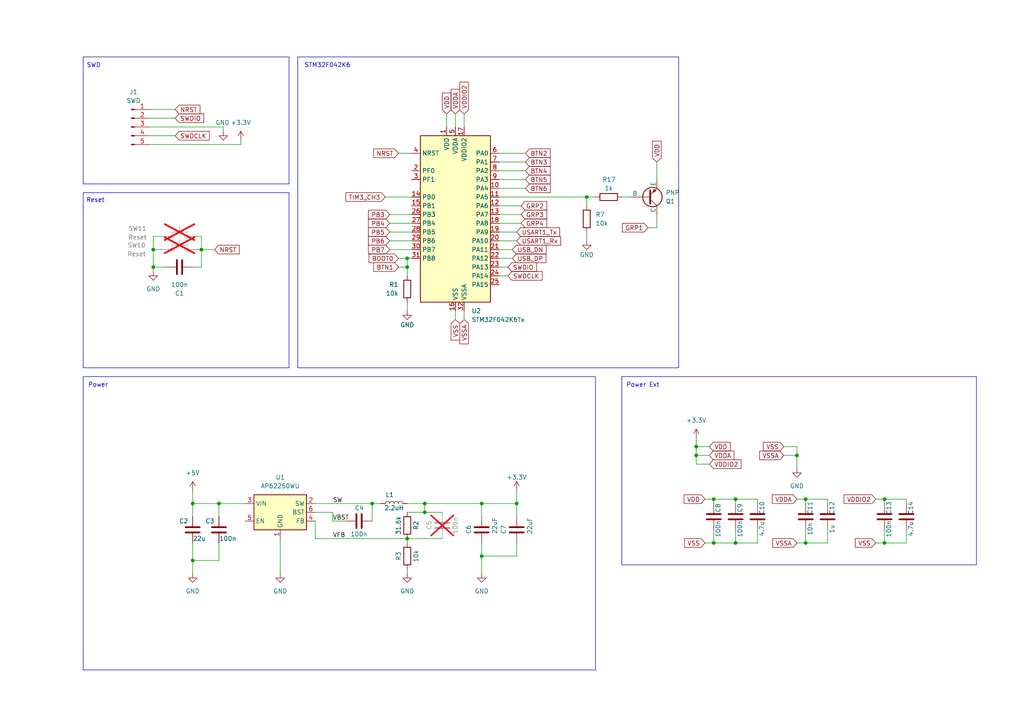
<source format=kicad_sch>
(kicad_sch (version 20250114) (generator "eeschema") (generator_version "9.0")
  (paper "A4")
  (title_block (title "MCU"))
  (lib_symbols
    (symbol "Connector:Conn_01x05_Pin" (pin_names (offset 1.016) (hide yes))
      (property "Reference" "J" (at 0 7.62 0))
      (property "Value" "Conn_01x05_Pin" (at 0 -7.62 0))
      (symbol "Conn_01x05_Pin_1_1"
        (rectangle (start 0.8636 5.207) (end 0 4.953) (stroke (width 0.1524)) (fill (type outline)))
        (rectangle (start 0.8636 2.667) (end 0 2.413) (stroke (width 0.1524)) (fill (type outline)))
        (rectangle (start 0.8636 0.127) (end 0 -0.127) (stroke (width 0.1524)) (fill (type outline)))
        (rectangle (start 0.8636 -2.413) (end 0 -2.667) (stroke (width 0.1524)) (fill (type outline)))
        (rectangle (start 0.8636 -4.953) (end 0 -5.207) (stroke (width 0.1524)) (fill (type outline)))
        (polyline (pts (xy 1.27 5.08) (xy 0.8636 5.08)) (stroke (width 0.1524)))
        (polyline (pts (xy 1.27 2.54) (xy 0.8636 2.54)) (stroke (width 0.1524)))
        (polyline (pts (xy 1.27 0) (xy 0.8636 0)) (stroke (width 0.1524)))
        (polyline (pts (xy 1.27 -2.54) (xy 0.8636 -2.54)) (stroke (width 0.1524)))
        (polyline (pts (xy 1.27 -5.08) (xy 0.8636 -5.08)) (stroke (width 0.1524)))
        (pin passive line (at 5.08 5.08 180) (length 3.81) (name "Pin_1") (number "1"))
        (pin passive line (at 5.08 2.54 180) (length 3.81) (name "Pin_2") (number "2"))
        (pin passive line (at 5.08 0 180) (length 3.81) (name "Pin_3") (number "3"))
        (pin passive line (at 5.08 -2.54 180) (length 3.81) (name "Pin_4") (number "4"))
        (pin passive line (at 5.08 -5.08 180) (length 3.81) (name "Pin_5") (number "5"))
      )
    )
    (symbol "Device:C" (pin_numbers (hide yes)) (pin_names (offset 0.254))
      (property "Reference" "C" (at 0.635 2.54 0))
      (property "Value" "C" (at 0.635 -2.54 0))
      (symbol "C_0_1"
        (polyline (pts (xy -2.032 0.762) (xy 2.032 0.762)) (stroke (width 0.508)))
        (polyline (pts (xy -2.032 -0.762) (xy 2.032 -0.762)) (stroke (width 0.508)))
      )
      (symbol "C_1_1"
        (pin passive line (at 0 3.81 270) (length 2.794) (name "~") (number "1"))
        (pin passive line (at 0 -3.81 90) (length 2.794) (name "~") (number "2"))
      )
    )
    (symbol "Device:L" (pin_numbers (hide yes)) (pin_names (offset 1.016) (hide yes))
      (property "Reference" "L" (at -1.27 0 90))
      (property "Value" "L" (at 1.905 0 90))
      (symbol "L_0_1"
        (arc (start 0 2.54) (mid 0.6323 1.905) (end 0 1.27))
        (arc (start 0 1.27) (mid 0.6323 0.635) (end 0 0))
        (arc (start 0 0) (mid 0.6323 -0.635) (end 0 -1.27))
        (arc (start 0 -1.27) (mid 0.6323 -1.905) (end 0 -2.54))
      )
      (symbol "L_1_1"
        (pin passive line (at 0 3.81 270) (length 1.27) (name "1") (number "1"))
        (pin passive line (at 0 -3.81 90) (length 1.27) (name "2") (number "2"))
      )
    )
    (symbol "Device:R" (pin_numbers (hide yes)) (pin_names (offset 0))
      (property "Reference" "R" (at 2.032 0 90))
      (property "Value" "R" (at 0 0 90))
      (symbol "R_0_1"
        (rectangle (start -1.016 -2.54) (end 1.016 2.54) (stroke (width 0.254)))
      )
      (symbol "R_1_1"
        (pin passive line (at 0 3.81 270) (length 1.27) (name "~") (number "1"))
        (pin passive line (at 0 -3.81 90) (length 1.27) (name "~") (number "2"))
      )
    )
    (symbol "MCU_ST_STM32F0:STM32F042K6Tx"
      (property "Reference" "U" (at -10.16 26.67 0))
      (property "Value" "STM32F042K6Tx" (at 5.08 26.67 0))
      (symbol "STM32F042K6Tx_0_1"
        (rectangle (start -10.16 -22.86) (end 10.16 25.4) (stroke (width 0.254)) (fill (type background)))
      )
      (symbol "STM32F042K6Tx_1_1"
        (pin input line (at -12.7 20.32 0) (length 2.54) (name "NRST") (number "4"))
        (pin bidirectional line (at -12.7 15.24 0) (length 2.54) (name "PF0") (number "2"))
        (pin bidirectional line (at -12.7 12.7 0) (length 2.54) (name "PF1") (number "3"))
        (pin bidirectional line (at -12.7 7.62 0) (length 2.54) (name "PB0") (number "14"))
        (pin bidirectional line (at -12.7 5.08 0) (length 2.54) (name "PB1") (number "15"))
        (pin bidirectional line (at -12.7 2.54 0) (length 2.54) (name "PB3") (number "26"))
        (pin bidirectional line (at -12.7 0 0) (length 2.54) (name "PB4") (number "27"))
        (pin bidirectional line (at -12.7 -2.54 0) (length 2.54) (name "PB5") (number "28"))
        (pin bidirectional line (at -12.7 -5.08 0) (length 2.54) (name "PB6") (number "29"))
        (pin bidirectional line (at -12.7 -7.62 0) (length 2.54) (name "PB7") (number "30"))
        (pin bidirectional line (at -12.7 -10.16 0) (length 2.54) (name "PB8") (number "31"))
        (pin power_in line (at -2.54 27.94 270) (length 2.54) (name "VDD") (number "1"))
        (pin power_in line (at 0 27.94 270) (length 2.54) (name "VDDA") (number "5"))
        (pin power_in line (at 0 -25.4 90) (length 2.54) (name "VSS") (number "16"))
        (pin power_in line (at 2.54 27.94 270) (length 2.54) (name "VDDIO2") (number "17"))
        (pin power_in line (at 2.54 -25.4 90) (length 2.54) (name "VSSA") (number "32"))
        (pin bidirectional line (at 12.7 20.32 180) (length 2.54) (name "PA0") (number "6"))
        (pin bidirectional line (at 12.7 17.78 180) (length 2.54) (name "PA1") (number "7"))
        (pin bidirectional line (at 12.7 15.24 180) (length 2.54) (name "PA2") (number "8"))
        (pin bidirectional line (at 12.7 12.7 180) (length 2.54) (name "PA3") (number "9"))
        (pin bidirectional line (at 12.7 10.16 180) (length 2.54) (name "PA4") (number "10"))
        (pin bidirectional line (at 12.7 7.62 180) (length 2.54) (name "PA5") (number "11"))
        (pin bidirectional line (at 12.7 5.08 180) (length 2.54) (name "PA6") (number "12"))
        (pin bidirectional line (at 12.7 2.54 180) (length 2.54) (name "PA7") (number "13"))
        (pin bidirectional line (at 12.7 0 180) (length 2.54) (name "PA8") (number "18"))
        (pin bidirectional line (at 12.7 -2.54 180) (length 2.54) (name "PA9") (number "19"))
        (pin bidirectional line (at 12.7 -5.08 180) (length 2.54) (name "PA10") (number "20"))
        (pin bidirectional line (at 12.7 -7.62 180) (length 2.54) (name "PA11") (number "21"))
        (pin bidirectional line (at 12.7 -10.16 180) (length 2.54) (name "PA12") (number "22"))
        (pin bidirectional line (at 12.7 -12.7 180) (length 2.54) (name "PA13") (number "23"))
        (pin bidirectional line (at 12.7 -15.24 180) (length 2.54) (name "PA14") (number "24"))
        (pin bidirectional line (at 12.7 -17.78 180) (length 2.54) (name "PA15") (number "25"))
      )
    )
    (symbol "Regulator_Switching:AP62250WU"
      (property "Reference" "U" (at -7.62 6.35 0))
      (property "Value" "AP62250WU" (at 6.35 -6.35 0))
      (symbol "AP62250WU_0_1"
        (rectangle (start -7.62 5.08) (end 7.62 -5.08) (stroke (width 0.254)) (fill (type background)))
      )
      (symbol "AP62250WU_1_1"
        (pin power_in line (at -10.16 2.54 0) (length 2.54) (name "VIN") (number "3"))
        (pin passive line (at -10.16 -2.54 0) (length 2.54) (name "EN") (number "5"))
        (pin power_in line (at 0 -7.62 90) (length 2.54) (name "GND") (number "1"))
        (pin output line (at 10.16 2.54 180) (length 2.54) (name "SW") (number "2"))
        (pin passive line (at 10.16 0 180) (length 2.54) (name "BST") (number "6"))
        (pin input line (at 10.16 -2.54 180) (length 2.54) (name "FB") (number "4"))
      )
    )
    (symbol "Simulation_SPICE:PNP" (pin_numbers (hide yes)) (pin_names (offset 0))
      (property "Reference" "Q" (at -2.54 7.62 0))
      (property "Value" "PNP" (at -2.54 5.08 0))
      (symbol "PNP_0_1"
        (polyline (pts (xy -2.54 0) (xy 0.635 0)) (stroke (width 0.1524)))
        (polyline (pts (xy 0.635 1.905) (xy 0.635 -1.905) (xy 0.635 -1.905)) (stroke (width 0.508)))
        (polyline (pts (xy 0.635 0.635) (xy 2.54 2.54)))
        (polyline (pts (xy 0.635 -0.635) (xy 2.54 -2.54) (xy 2.54 -2.54)))
        (circle (center 1.27 0) (radius 2.8194) (stroke (width 0.254)))
        (polyline (pts (xy 2.286 -1.778) (xy 1.778 -2.286) (xy 1.27 -1.27) (xy 2.286 -1.778) (xy 2.286 -1.778)) (fill (type outline)))
      )
      (symbol "PNP_1_1"
        (pin input line (at -5.08 0 0) (length 2.54) (name "B") (number "2"))
        (pin open_collector line (at 2.54 5.08 270) (length 2.54) (name "C") (number "1"))
        (pin open_emitter line (at 2.54 -5.08 90) (length 2.54) (name "E") (number "3"))
      )
    )
    (symbol "Switch:SW_Push" (pin_numbers (hide yes)) (pin_names (offset 1.016) (hide yes))
      (property "Reference" "SW" (at 1.27 2.54 0))
      (property "Value" "SW_Push" (at 0 -1.524 0))
      (symbol "SW_Push_0_1"
        (circle (center -2.032 0) (radius 0.508))
        (polyline (pts (xy 0 1.27) (xy 0 3.048)))
        (circle (center 2.032 0) (radius 0.508))
        (polyline (pts (xy 2.54 1.27) (xy -2.54 1.27)))
        (pin passive line (at -5.08 0 0) (length 2.54) (name "1") (number "1"))
        (pin passive line (at 5.08 0 180) (length 2.54) (name "2") (number "2"))
      )
    )
    (symbol "power:+3.3V" (power) (pin_numbers (hide yes)) (pin_names (offset 0) (hide yes))
      (property "Value" "+3.3V" (at 0 3.556 0))
      (symbol "+3.3V_0_1"
        (polyline (pts (xy -0.762 1.27) (xy 0 2.54)))
        (polyline (pts (xy 0 2.54) (xy 0.762 1.27)))
        (polyline (pts (xy 0 0) (xy 0 2.54)))
      )
      (symbol "+3.3V_1_1"
        (pin power_in line (at 0 0 90) (length 0) (name "~") (number "1"))
      )
    )
    (symbol "power:+5V" (power) (pin_numbers (hide yes)) (pin_names (offset 0) (hide yes))
      (property "Value" "+5V" (at 0 3.556 0))
      (symbol "+5V_0_1"
        (polyline (pts (xy -0.762 1.27) (xy 0 2.54)))
        (polyline (pts (xy 0 2.54) (xy 0.762 1.27)))
        (polyline (pts (xy 0 0) (xy 0 2.54)))
      )
      (symbol "+5V_1_1"
        (pin power_in line (at 0 0 90) (length 0) (name "~") (number "1"))
      )
    )
    (symbol "power:GND" (power) (pin_numbers (hide yes)) (pin_names (offset 0) (hide yes))
      (property "Value" "GND" (at 0 -3.81 0))
      (symbol "GND_0_1"
        (polyline (pts (xy 0 0) (xy 0 -1.27) (xy 1.27 -1.27) (xy 0 -2.54) (xy -1.27 -1.27) (xy 0 -1.27)))
      )
      (symbol "GND_1_1"
        (pin power_in line (at 0 0 270) (length 0) (name "~") (number "1"))
      )
    )
  )
  (rectangle (start 86.36 16.51) (end 196.85 106.68))
  (rectangle (start 24.13 16.51) (end 83.82 53.34))
  (rectangle (start 180.34 109.22) (end 283.21 163.83))
  (rectangle (start 24.13 55.88) (end 83.82 106.68))
  (rectangle (start 24.13 109.22) (end 172.72 194.31))
  (text "Power Ext" (at 186.436 111.76 0) (effects (font (size 1.27 1.27))))
  (text "Power" (at 28.448 111.76 0) (effects (font (size 1.27 1.27))))
  (text "STM32F042K6" (at 94.996 19.05 0) (effects (font (size 1.27 1.27))))
  (text "Reset" (at 27.686 58.166 0) (effects (font (size 1.27 1.27))))
  (text "SWD" (at 27.178 19.05 0) (effects (font (size 1.27 1.27))))
  (junction (at 201.93 132.08))
  (junction (at 231.14 132.08))
  (junction (at 139.7 146.05))
  (junction (at 256.54 144.78))
  (junction (at 123.19 148.59))
  (junction (at 44.45 72.39))
  (junction (at 63.5 146.05))
  (junction (at 118.11 77.47))
  (junction (at 213.36 157.48))
  (junction (at 118.11 74.93))
  (junction (at 58.42 72.39))
  (junction (at 139.7 161.29))
  (junction (at 201.93 129.54))
  (junction (at 55.88 146.05))
  (junction (at 55.88 162.56))
  (junction (at 123.19 146.05))
  (junction (at 256.54 157.48))
  (junction (at 213.36 144.78))
  (junction (at 170.18 57.15))
  (junction (at 233.68 144.78))
  (junction (at 207.01 157.48))
  (junction (at 118.11 156.21))
  (junction (at 149.86 146.05))
  (junction (at 44.45 77.47))
  (junction (at 207.01 144.78))
  (junction (at 233.68 157.48))
  (junction (at 107.95 146.05))
  (wire (pts (xy 144.78 59.69) (xy 151.13 59.69)))
  (wire (pts (xy 227.33 132.08) (xy 231.14 132.08)))
  (wire (pts (xy 118.11 156.21) (xy 128.27 156.21)))
  (wire (pts (xy 118.11 146.05) (xy 123.19 146.05)))
  (wire (pts (xy 55.88 157.48) (xy 55.88 162.56)))
  (wire (pts (xy 213.36 144.78) (xy 219.71 144.78)))
  (wire (pts (xy 118.11 165.1) (xy 118.11 166.37)))
  (wire (pts (xy 201.93 132.08) (xy 201.93 129.54)))
  (wire (pts (xy 231.14 157.48) (xy 233.68 157.48)))
  (wire (pts (xy 201.93 132.08) (xy 205.74 132.08)))
  (wire (pts (xy 115.57 74.93) (xy 118.11 74.93)))
  (wire (pts (xy 55.88 162.56) (xy 55.88 166.37)))
  (wire (pts (xy 132.08 90.17) (xy 132.08 92.71)))
  (wire (pts (xy 58.42 68.58) (xy 58.42 72.39)))
  (wire (pts (xy 144.78 69.85) (xy 149.86 69.85)))
  (wire (pts (xy 43.18 34.29) (xy 50.8 34.29)))
  (wire (pts (xy 115.57 44.45) (xy 119.38 44.45)))
  (wire (pts (xy 256.54 153.67) (xy 256.54 157.48)))
  (wire (pts (xy 123.19 146.05) (xy 123.19 148.59)))
  (wire (pts (xy 233.68 157.48) (xy 240.03 157.48)))
  (wire (pts (xy 134.62 90.17) (xy 134.62 92.71)))
  (wire (pts (xy 256.54 144.78) (xy 256.54 146.05)))
  (wire (pts (xy 62.23 72.39) (xy 58.42 72.39)))
  (wire (pts (xy 262.89 157.48) (xy 256.54 157.48)))
  (wire (pts (xy 144.78 64.77) (xy 151.13 64.77)))
  (wire (pts (xy 43.18 41.91) (xy 69.85 41.91)))
  (wire (pts (xy 204.47 144.78) (xy 207.01 144.78)))
  (wire (pts (xy 44.45 72.39) (xy 46.99 72.39)))
  (wire (pts (xy 231.14 132.08) (xy 231.14 135.89)))
  (wire (pts (xy 144.78 72.39) (xy 148.59 72.39)))
  (wire (pts (xy 58.42 77.47) (xy 55.88 77.47)))
  (wire (pts (xy 132.08 33.02) (xy 132.08 36.83)))
  (wire (pts (xy 113.03 67.31) (xy 119.38 67.31)))
  (wire (pts (xy 46.99 68.58) (xy 44.45 68.58)))
  (wire (pts (xy 240.03 144.78) (xy 240.03 146.05)))
  (wire (pts (xy 134.62 36.83) (xy 134.62 33.02)))
  (wire (pts (xy 207.01 146.05) (xy 207.01 144.78)))
  (wire (pts (xy 170.18 67.31) (xy 170.18 69.85)))
  (wire (pts (xy 144.78 67.31) (xy 149.86 67.31)))
  (wire (pts (xy 213.36 146.05) (xy 213.36 144.78)))
  (wire (pts (xy 96.52 151.13) (xy 100.33 151.13)))
  (wire (pts (xy 96.52 148.59) (xy 96.52 151.13)))
  (wire (pts (xy 139.7 157.48) (xy 139.7 161.29)))
  (wire (pts (xy 91.44 148.59) (xy 96.52 148.59)))
  (wire (pts (xy 81.28 156.21) (xy 81.28 166.37)))
  (wire (pts (xy 118.11 77.47) (xy 118.11 74.93)))
  (wire (pts (xy 123.19 148.59) (xy 128.27 148.59)))
  (wire (pts (xy 207.01 157.48) (xy 213.36 157.48)))
  (wire (pts (xy 144.78 46.99) (xy 152.4 46.99)))
  (wire (pts (xy 227.33 129.54) (xy 231.14 129.54)))
  (wire (pts (xy 190.5 62.23) (xy 190.5 66.04)))
  (wire (pts (xy 190.5 46.99) (xy 190.5 52.07)))
  (wire (pts (xy 213.36 157.48) (xy 219.71 157.48)))
  (wire (pts (xy 57.15 68.58) (xy 58.42 68.58)))
  (wire (pts (xy 144.78 80.01) (xy 147.32 80.01)))
  (wire (pts (xy 149.86 142.24) (xy 149.86 146.05)))
  (wire (pts (xy 139.7 146.05) (xy 139.7 149.86)))
  (wire (pts (xy 118.11 148.59) (xy 123.19 148.59)))
  (wire (pts (xy 55.88 162.56) (xy 63.5 162.56)))
  (wire (pts (xy 113.03 72.39) (xy 119.38 72.39)))
  (wire (pts (xy 55.88 142.24) (xy 55.88 146.05)))
  (wire (pts (xy 262.89 153.67) (xy 262.89 157.48)))
  (wire (pts (xy 144.78 52.07) (xy 152.4 52.07)))
  (wire (pts (xy 139.7 161.29) (xy 139.7 166.37)))
  (wire (pts (xy 58.42 72.39) (xy 58.42 77.47)))
  (wire (pts (xy 201.93 129.54) (xy 205.74 129.54)))
  (wire (pts (xy 213.36 153.67) (xy 213.36 157.48)))
  (wire (pts (xy 48.26 77.47) (xy 44.45 77.47)))
  (wire (pts (xy 111.76 57.15) (xy 119.38 57.15)))
  (wire (pts (xy 43.18 31.75) (xy 50.8 31.75)))
  (wire (pts (xy 91.44 156.21) (xy 118.11 156.21)))
  (wire (pts (xy 219.71 144.78) (xy 219.71 146.05)))
  (wire (pts (xy 256.54 157.48) (xy 254 157.48)))
  (wire (pts (xy 262.89 144.78) (xy 262.89 146.05)))
  (wire (pts (xy 118.11 74.93) (xy 119.38 74.93)))
  (wire (pts (xy 107.95 146.05) (xy 107.95 151.13)))
  (wire (pts (xy 149.86 161.29) (xy 139.7 161.29)))
  (wire (pts (xy 91.44 146.05) (xy 107.95 146.05)))
  (wire (pts (xy 233.68 144.78) (xy 240.03 144.78)))
  (wire (pts (xy 69.85 40.64) (xy 69.85 41.91)))
  (wire (pts (xy 63.5 157.48) (xy 63.5 162.56)))
  (wire (pts (xy 115.57 77.47) (xy 118.11 77.47)))
  (wire (pts (xy 149.86 157.48) (xy 149.86 161.29)))
  (wire (pts (xy 149.86 149.86) (xy 149.86 146.05)))
  (wire (pts (xy 63.5 146.05) (xy 63.5 149.86)))
  (wire (pts (xy 219.71 153.67) (xy 219.71 157.48)))
  (wire (pts (xy 113.03 64.77) (xy 119.38 64.77)))
  (wire (pts (xy 144.78 74.93) (xy 148.59 74.93)))
  (wire (pts (xy 170.18 57.15) (xy 170.18 59.69)))
  (wire (pts (xy 170.18 57.15) (xy 172.72 57.15)))
  (wire (pts (xy 233.68 153.67) (xy 233.68 157.48)))
  (wire (pts (xy 231.14 144.78) (xy 233.68 144.78)))
  (wire (pts (xy 64.77 38.1) (xy 64.77 36.83)))
  (wire (pts (xy 129.54 36.83) (xy 129.54 33.02)))
  (wire (pts (xy 144.78 54.61) (xy 152.4 54.61)))
  (wire (pts (xy 201.93 134.62) (xy 201.93 132.08)))
  (wire (pts (xy 91.44 151.13) (xy 91.44 156.21)))
  (wire (pts (xy 118.11 87.63) (xy 118.11 90.17)))
  (wire (pts (xy 256.54 144.78) (xy 262.89 144.78)))
  (wire (pts (xy 144.78 49.53) (xy 152.4 49.53)))
  (wire (pts (xy 43.18 36.83) (xy 64.77 36.83)))
  (wire (pts (xy 63.5 146.05) (xy 71.12 146.05)))
  (wire (pts (xy 118.11 156.21) (xy 118.11 157.48)))
  (wire (pts (xy 43.18 39.37) (xy 50.8 39.37)))
  (wire (pts (xy 44.45 68.58) (xy 44.45 72.39)))
  (wire (pts (xy 149.86 146.05) (xy 139.7 146.05)))
  (wire (pts (xy 233.68 144.78) (xy 233.68 146.05)))
  (wire (pts (xy 144.78 44.45) (xy 152.4 44.45)))
  (wire (pts (xy 113.03 62.23) (xy 119.38 62.23)))
  (wire (pts (xy 231.14 129.54) (xy 231.14 132.08)))
  (wire (pts (xy 144.78 77.47) (xy 147.32 77.47)))
  (wire (pts (xy 113.03 69.85) (xy 119.38 69.85)))
  (wire (pts (xy 204.47 157.48) (xy 207.01 157.48)))
  (wire (pts (xy 55.88 146.05) (xy 63.5 146.05)))
  (wire (pts (xy 123.19 146.05) (xy 139.7 146.05)))
  (wire (pts (xy 207.01 157.48) (xy 207.01 153.67)))
  (wire (pts (xy 254 144.78) (xy 256.54 144.78)))
  (wire (pts (xy 44.45 77.47) (xy 44.45 78.74)))
  (wire (pts (xy 44.45 77.47) (xy 44.45 72.39)))
  (wire (pts (xy 240.03 153.67) (xy 240.03 157.48)))
  (wire (pts (xy 205.74 134.62) (xy 201.93 134.62)))
  (wire (pts (xy 118.11 77.47) (xy 118.11 80.01)))
  (wire (pts (xy 57.15 72.39) (xy 58.42 72.39)))
  (wire (pts (xy 190.5 66.04) (xy 187.96 66.04)))
  (wire (pts (xy 213.36 144.78) (xy 207.01 144.78)))
  (wire (pts (xy 110.49 146.05) (xy 107.95 146.05)))
  (wire (pts (xy 144.78 57.15) (xy 170.18 57.15)))
  (wire (pts (xy 144.78 62.23) (xy 151.13 62.23)))
  (wire (pts (xy 180.34 57.15) (xy 182.88 57.15)))
  (wire (pts (xy 55.88 146.05) (xy 55.88 149.86)))
  (wire (pts (xy 201.93 129.54) (xy 201.93 127)))
  (label "SW" (at 96.52 146.05 0))
  (label "VFB" (at 96.52 156.21 0))
  (label "VBST" (at 96.52 151.13 0))
  (global_label "PB3" (shape input) (at 113.03 62.23 180) (property "Intersheetrefs" "${INTERSHEET_REFS}" (effects (hide yes))))
  (global_label "VDD" (shape input) (at 205.74 129.54 0) (property "Intersheetrefs" "${INTERSHEET_REFS}" (effects (hide yes))))
  (global_label "VDDIO2" (shape input) (at 134.62 33.02 90) (property "Intersheetrefs" "${INTERSHEET_REFS}" (effects (hide yes))))
  (global_label "BTN5" (shape input) (at 152.4 52.07 0) (property "Intersheetrefs" "${INTERSHEET_REFS}" (effects (hide yes))))
  (global_label "VSSA" (shape input) (at 231.14 157.48 180) (property "Intersheetrefs" "${INTERSHEET_REFS}" (effects (hide yes))))
  (global_label "VSSA" (shape input) (at 227.33 132.08 180) (property "Intersheetrefs" "${INTERSHEET_REFS}" (effects (hide yes))))
  (global_label "VDDA" (shape input) (at 231.14 144.78 180) (property "Intersheetrefs" "${INTERSHEET_REFS}" (effects (hide yes))))
  (global_label "VSS" (shape input) (at 254 157.48 180) (property "Intersheetrefs" "${INTERSHEET_REFS}" (effects (hide yes))))
  (global_label "NRST" (shape input) (at 62.23 72.39 0) (property "Intersheetrefs" "${INTERSHEET_REFS}" (effects (hide yes))))
  (global_label "NRST" (shape input) (at 50.8 31.75 0) (property "Intersheetrefs" "${INTERSHEET_REFS}" (effects (hide yes))))
  (global_label "SWDCLK" (shape input) (at 147.32 80.01 0) (property "Intersheetrefs" "${INTERSHEET_REFS}" (effects (hide yes))))
  (global_label "VDDA" (shape input) (at 205.74 132.08 0) (property "Intersheetrefs" "${INTERSHEET_REFS}" (effects (hide yes))))
  (global_label "BTN6" (shape input) (at 152.4 54.61 0) (property "Intersheetrefs" "${INTERSHEET_REFS}" (effects (hide yes))))
  (global_label "VDD" (shape input) (at 129.54 33.02 90) (property "Intersheetrefs" "${INTERSHEET_REFS}" (effects (hide yes))))
  (global_label "PB6" (shape input) (at 113.03 69.85 180) (property "Intersheetrefs" "${INTERSHEET_REFS}" (effects (hide yes))))
  (global_label "NRST" (shape input) (at 115.57 44.45 180) (property "Intersheetrefs" "${INTERSHEET_REFS}" (effects (hide yes))))
  (global_label "BTN4" (shape input) (at 152.4 49.53 0) (property "Intersheetrefs" "${INTERSHEET_REFS}" (effects (hide yes))))
  (global_label "BTN3" (shape input) (at 152.4 46.99 0) (property "Intersheetrefs" "${INTERSHEET_REFS}" (effects (hide yes))))
  (global_label "SWDCLK" (shape input) (at 50.8 39.37 0) (property "Intersheetrefs" "${INTERSHEET_REFS}" (effects (hide yes))))
  (global_label "VDDIO2" (shape input) (at 205.74 134.62 0) (property "Intersheetrefs" "${INTERSHEET_REFS}" (effects (hide yes))))
  (global_label "USART1_Rx" (shape input) (at 149.86 69.85 0) (property "Intersheetrefs" "${INTERSHEET_REFS}" (effects (hide yes))))
  (global_label "GRP2" (shape input) (at 151.13 59.69 0) (property "Intersheetrefs" "${INTERSHEET_REFS}" (effects (hide yes))))
  (global_label "VDDA" (shape input) (at 132.08 33.02 90) (property "Intersheetrefs" "${INTERSHEET_REFS}" (effects (hide yes))))
  (global_label "PB7" (shape input) (at 113.03 72.39 180) (property "Intersheetrefs" "${INTERSHEET_REFS}" (effects (hide yes))))
  (global_label "USB_DN" (shape input) (at 148.59 72.39 0) (property "Intersheetrefs" "${INTERSHEET_REFS}" (effects (hide yes))))
  (global_label "BTN1" (shape input) (at 115.57 77.47 180) (property "Intersheetrefs" "${INTERSHEET_REFS}" (effects (hide yes))))
  (global_label "BOOT0" (shape input) (at 115.57 74.93 180) (property "Intersheetrefs" "${INTERSHEET_REFS}" (effects (hide yes))))
  (global_label "PB5" (shape input) (at 113.03 67.31 180) (property "Intersheetrefs" "${INTERSHEET_REFS}" (effects (hide yes))))
  (global_label "PB4" (shape input) (at 113.03 64.77 180) (property "Intersheetrefs" "${INTERSHEET_REFS}" (effects (hide yes))))
  (global_label "USB_DP" (shape input) (at 148.59 74.93 0) (property "Intersheetrefs" "${INTERSHEET_REFS}" (effects (hide yes))))
  (global_label "VSS" (shape input) (at 204.47 157.48 180) (property "Intersheetrefs" "${INTERSHEET_REFS}" (effects (hide yes))))
  (global_label "USART1_Tx" (shape input) (at 149.86 67.31 0) (property "Intersheetrefs" "${INTERSHEET_REFS}" (effects (hide yes))))
  (global_label "BTN2" (shape input) (at 152.4 44.45 0) (property "Intersheetrefs" "${INTERSHEET_REFS}" (effects (hide yes))))
  (global_label "VSS" (shape input) (at 132.08 92.71 270) (property "Intersheetrefs" "${INTERSHEET_REFS}" (effects (hide yes))))
  (global_label "VDDIO2" (shape input) (at 254 144.78 180) (property "Intersheetrefs" "${INTERSHEET_REFS}" (effects (hide yes))))
  (global_label "GRP3" (shape input) (at 151.13 62.23 0) (property "Intersheetrefs" "${INTERSHEET_REFS}" (effects (hide yes))))
  (global_label "GRP4" (shape input) (at 151.13 64.77 0) (property "Intersheetrefs" "${INTERSHEET_REFS}" (effects (hide yes))))
  (global_label "TIM3_CH3" (shape input) (at 111.76 57.15 180) (property "Intersheetrefs" "${INTERSHEET_REFS}" (effects (hide yes))))
  (global_label "SWDIO" (shape input) (at 50.8 34.29 0) (property "Intersheetrefs" "${INTERSHEET_REFS}" (effects (hide yes))))
  (global_label "VDD" (shape input) (at 204.47 144.78 180) (property "Intersheetrefs" "${INTERSHEET_REFS}" (effects (hide yes))))
  (global_label "VSSA" (shape input) (at 134.62 92.71 270) (property "Intersheetrefs" "${INTERSHEET_REFS}" (effects (hide yes))))
  (global_label "SWDIO" (shape input) (at 147.32 77.47 0) (property "Intersheetrefs" "${INTERSHEET_REFS}" (effects (hide yes))))
  (global_label "VDD" (shape input) (at 190.5 46.99 90) (property "Intersheetrefs" "${INTERSHEET_REFS}" (effects (hide yes))))
  (global_label "VSS" (shape input) (at 227.33 129.54 180) (property "Intersheetrefs" "${INTERSHEET_REFS}" (effects (hide yes))))
  (global_label "GRP1" (shape input) (at 187.96 66.04 180) (property "Intersheetrefs" "${INTERSHEET_REFS}" (effects (hide yes))))
  (symbol (lib_id "Device:C") (at 128.27 152.4 0) (mirror y) (unit 1) (dnp yes)
    (property "Reference" "C5" (at 124.46 153.67 90) (effects (justify left)))
    (property "Value" "100n" (at 132.08 154.94 90) (effects (justify left)))
    (property "Footprint" "Capacitor_SMD:C_0603_1608Metric" (effects (hide yes)))
  )
  (symbol (lib_id "power:+3.3V") (at 149.86 142.24 0) (unit 1)
    (property "Reference" "#PWR010" (effects (hide yes)))
    (property "Value" "+3.3V" (at 149.86 138.43 0))
  )
  (symbol (lib_id "Connector:Conn_01x05_Pin") (at 38.1 36.83 0) (unit 1) (in_bom no)
    (property "Reference" "J1" (at 38.735 26.67 0))
    (property "Value" "SWD" (at 38.735 29.21 0))
    (property "Footprint" "Library:Conn_Edge_x05" (effects (hide yes)))
    (property "Description" "Generic connector, single row, 01x05, script generated" (effects (hide yes)))
  )
  (symbol (lib_id "Device:C") (at 256.54 149.86 180) (unit 1)
    (property "Reference" "C13" (at 257.81 147.32 90))
    (property "Value" "100n" (at 257.81 153.416 90))
    (property "Footprint" "Capacitor_SMD:C_0603_1608Metric" (effects (hide yes)))
    (property "Description" "Unpolarized capacitor" (effects (hide yes)))
  )
  (symbol (lib_id "Device:L") (at 114.3 146.05 90) (unit 1)
    (property "Reference" "L1" (at 113.03 143.51 90))
    (property "Value" "2.2uH" (at 114.3 147.32 90))
    (property "Footprint" "Inductor_SMD:L_Taiyo-Yuden_NR-50xx" (effects (hide yes)))
  )
  (symbol (lib_id "Device:C") (at 207.01 149.86 180) (unit 1)
    (property "Reference" "C8" (at 208.28 147.32 90))
    (property "Value" "100n" (at 208.28 153.416 90))
    (property "Footprint" "Capacitor_SMD:C_0603_1608Metric" (effects (hide yes)))
    (property "Description" "Unpolarized capacitor" (effects (hide yes)))
  )
  (symbol (lib_id "Device:C") (at 240.03 149.86 180) (unit 1)
    (property "Reference" "C12" (at 241.3 147.32 90))
    (property "Value" "1u" (at 241.3 153.416 90))
    (property "Footprint" "Capacitor_SMD:C_1206_3216Metric" (effects (hide yes)))
    (property "Description" "Unpolarized capacitor" (effects (hide yes)))
  )
  (symbol (lib_id "Device:R") (at 118.11 152.4 0) (mirror y) (unit 1)
    (property "Reference" "R2" (at 120.65 152.4 90))
    (property "Value" "31.6k" (at 115.57 152.4 90))
    (property "Footprint" "Resistor_SMD:R_0603_1608Metric" (effects (hide yes)))
  )
  (symbol (lib_id "Device:C") (at 55.88 153.67 0) (mirror y) (unit 1)
    (property "Reference" "C2" (at 54.61 151.13 0) (effects (justify left)))
    (property "Value" "22u" (at 59.69 156.21 0) (effects (justify left)))
    (property "Footprint" "Capacitor_SMD:C_1206_3216Metric" (effects (hide yes)))
  )
  (symbol (lib_id "power:GND") (at 81.28 166.37 0) (mirror y) (unit 1)
    (property "Reference" "#PWR06" (effects (hide yes)))
    (property "Value" "GND" (at 81.28 171.45 0))
  )
  (symbol (lib_id "power:GND") (at 44.45 78.74 0) (unit 1)
    (property "Reference" "#PWR01" (effects (hide yes)))
    (property "Value" "GND" (at 44.45 83.82 0))
    (property "Description" "Power symbol creates a global label with name \"GND\" , ground" (effects (hide yes)))
  )
  (symbol (lib_id "Device:R") (at 170.18 63.5 180) (unit 1)
    (property "Reference" "R7" (at 172.72 62.2299 0) (effects (justify right)))
    (property "Value" "10k" (at 172.72 64.7699 0) (effects (justify right)))
    (property "Footprint" "Resistor_SMD:R_0805_2012Metric_Pad1.20x1.40mm_HandSolder" (effects (hide yes)))
    (property "Description" "Resistor" (effects (hide yes)))
  )
  (symbol (lib_id "power:+3.3V") (at 69.85 40.64 0) (unit 1)
    (property "Reference" "#PWR05" (effects (hide yes)))
    (property "Value" "+3.3V" (at 69.85 35.56 0))
    (property "Description" "Power symbol creates a global label with name \"+3.3V\"" (effects (hide yes)))
  )
  (symbol (lib_id "Device:C") (at 52.07 77.47 270) (mirror x) (unit 1)
    (property "Reference" "C1" (at 52.07 85.09 90))
    (property "Value" "100n" (at 52.07 82.55 90))
    (property "Footprint" "Capacitor_SMD:C_0603_1608Metric" (effects (hide yes)))
    (property "Description" "Unpolarized capacitor" (effects (hide yes)))
  )
  (symbol (lib_id "Switch:SW_Push") (at 52.07 72.39 0) (unit 1) (dnp yes)
    (property "Reference" "SW10" (at 39.624 71.12 0))
    (property "Value" "Reset" (at 39.624 73.66 0))
    (property "Footprint" "Button_Switch_SMD:SW_SPST_B3U-1000P" (effects (hide yes)))
    (property "Description" "Push button switch, generic, two pins" (effects (hide yes)))
  )
  (symbol (lib_id "Regulator_Switching:AP62250WU") (at 81.28 148.59 0) (unit 1)
    (property "Reference" "U1" (at 81.28 138.43 0))
    (property "Value" "AP62250WU" (at 81.28 140.97 0))
    (property "Footprint" "Package_TO_SOT_SMD:TSOT-23-6" (effects (hide yes)))
    (property "Datasheet" "https://www.diodes.com/assets/Datasheets/AP62250.pdf" (effects (hide yes)))
    (property "Description" "2.5A, 1.3MHz Buck DC/DC Converter, 4.2V-18V input voltage, 0.8V-7V adjustable output voltage, TSOT-23-6" (effects (hide yes)))
  )
  (symbol (lib_id "Device:C") (at 213.36 149.86 180) (unit 1)
    (property "Reference" "C9" (at 214.63 147.32 90))
    (property "Value" "100n" (at 214.63 153.416 90))
    (property "Footprint" "Capacitor_SMD:C_0603_1608Metric" (effects (hide yes)))
    (property "Description" "Unpolarized capacitor" (effects (hide yes)))
  )
  (symbol (lib_id "MCU_ST_STM32F0:STM32F042K6Tx") (at 132.08 64.77 0) (unit 1)
    (property "Reference" "U2" (at 136.7633 90.17 0) (effects (justify left)))
    (property "Value" "STM32F042K6Tx" (at 136.7633 92.71 0) (effects (justify left)))
    (property "Footprint" "Package_QFP:LQFP-32_7x7mm_P0.8mm" (effects (hide yes)))
    (property "Datasheet" "https://www.st.com/resource/en/datasheet/stm32f042k6.pdf" (effects (hide yes)))
    (property "Description" "STMicroelectronics Arm Cortex-M0 MCU, 32KB flash, 6KB RAM, 48 MHz, 2.0-3.6V, 26 GPIO, LQFP32" (effects (hide yes)))
  )
  (symbol (lib_id "Device:R") (at 118.11 83.82 0) (mirror x) (unit 1)
    (property "Reference" "R1" (at 115.57 82.5499 0) (effects (justify right)))
    (property "Value" "10k" (at 115.57 85.0899 0) (effects (justify right)))
    (property "Footprint" "Resistor_SMD:R_0805_2012Metric_Pad1.20x1.40mm_HandSolder" (effects (hide yes)))
    (property "Description" "Resistor" (effects (hide yes)))
  )
  (symbol (lib_id "Device:C") (at 149.86 153.67 0) (mirror y) (unit 1)
    (property "Reference" "C7" (at 146.05 154.94 90) (effects (justify left)))
    (property "Value" "22uF" (at 153.67 154.94 90) (effects (justify left)))
    (property "Footprint" "Capacitor_SMD:C_1206_3216Metric" (effects (hide yes)))
  )
  (symbol (lib_id "power:GND") (at 139.7 166.37 0) (mirror y) (unit 1)
    (property "Reference" "#PWR09" (effects (hide yes)))
    (property "Value" "GND" (at 139.7 171.45 0))
  )
  (symbol (lib_id "Simulation_SPICE:PNP") (at 187.96 57.15 0) (mirror x) (unit 1)
    (property "Reference" "Q1" (at 193.04 58.4201 0) (effects (justify left)))
    (property "Value" "PNP" (at 193.04 55.8801 0) (effects (justify left)))
    (property "Footprint" "Package_TO_SOT_SMD:SOT-23" (effects (hide yes)))
    (property "Datasheet" "https://ngspice.sourceforge.io/docs/ngspice-html-manual/manual.xhtml#cha_BJTs" (effects (hide yes)))
    (property "Description" "Bipolar transistor symbol for simulation only, substrate tied to the emitter" (effects (hide yes)))
    (property "Sim.Device" "PNP" (effects (hide yes)))
    (property "Sim.Type" "GUMMELPOON" (effects (hide yes)))
    (property "Sim.Pins" "1=C 2=B 3=E" (effects (hide yes)))
  )
  (symbol (lib_id "power:GND") (at 170.18 69.85 0) (mirror y) (unit 1)
    (property "Reference" "#PWR043" (effects (hide yes)))
    (property "Value" "GND" (at 170.18 73.914 0))
    (property "Description" "Power symbol creates a global label with name \"GND\" , ground" (effects (hide yes)))
  )
  (symbol (lib_id "Device:R") (at 176.53 57.15 270) (unit 1)
    (property "Reference" "R17" (at 178.562 52.07 90) (effects (justify right)))
    (property "Value" "1k" (at 177.7999 54.61 90) (effects (justify right)))
    (property "Footprint" "Resistor_SMD:R_0805_2012Metric_Pad1.20x1.40mm_HandSolder" (effects (hide yes)))
    (property "Description" "Resistor" (effects (hide yes)))
  )
  (symbol (lib_id "power:GND") (at 55.88 166.37 0) (mirror y) (unit 1)
    (property "Reference" "#PWR03" (effects (hide yes)))
    (property "Value" "GND" (at 55.88 171.45 0))
  )
  (symbol (lib_id "power:GND") (at 118.11 166.37 0) (mirror y) (unit 1)
    (property "Reference" "#PWR08" (effects (hide yes)))
    (property "Value" "GND" (at 118.11 171.45 0))
  )
  (symbol (lib_id "Device:C") (at 139.7 153.67 0) (mirror y) (unit 1)
    (property "Reference" "C6" (at 135.89 154.94 90) (effects (justify left)))
    (property "Value" "22uF" (at 143.51 154.94 90) (effects (justify left)))
    (property "Footprint" "Capacitor_SMD:C_1206_3216Metric" (effects (hide yes)))
  )
  (symbol (lib_id "Device:C") (at 219.71 149.86 180) (unit 1)
    (property "Reference" "C10" (at 220.98 147.32 90))
    (property "Value" "4.7u" (at 220.98 153.416 90))
    (property "Footprint" "Capacitor_SMD:C_1206_3216Metric" (effects (hide yes)))
    (property "Description" "Unpolarized capacitor" (effects (hide yes)))
  )
  (symbol (lib_id "Device:C") (at 262.89 149.86 180) (unit 1)
    (property "Reference" "C14" (at 264.16 147.32 90))
    (property "Value" "4.7u" (at 264.16 153.416 90))
    (property "Footprint" "Capacitor_SMD:C_1206_3216Metric" (effects (hide yes)))
    (property "Description" "Unpolarized capacitor" (effects (hide yes)))
  )
  (symbol (lib_id "Switch:SW_Push") (at 52.07 68.58 0) (unit 1) (dnp yes)
    (property "Reference" "SW11" (at 39.878 66.294 0))
    (property "Value" "Reset" (at 39.878 68.834 0))
    (property "Footprint" "Button_Switch_SMD:SW_SPST_B3U-1000P" (effects (hide yes)))
    (property "Description" "Push button switch, generic, two pins" (effects (hide yes)))
  )
  (symbol (lib_id "power:+3.3V") (at 201.93 127 0) (unit 1)
    (property "Reference" "#PWR011" (effects (hide yes)))
    (property "Value" "+3.3V" (at 201.93 121.92 0))
    (property "Description" "Power symbol creates a global label with name \"+3.3V\"" (effects (hide yes)))
  )
  (symbol (lib_id "Device:C") (at 63.5 153.67 0) (mirror y) (unit 1)
    (property "Reference" "C3" (at 62.23 151.13 0) (effects (justify left)))
    (property "Value" "100n" (at 68.58 156.21 0) (effects (justify left)))
    (property "Footprint" "Capacitor_SMD:C_0603_1608Metric" (effects (hide yes)))
  )
  (symbol (lib_id "Device:C") (at 233.68 149.86 180) (unit 1)
    (property "Reference" "C11" (at 234.95 147.32 90))
    (property "Value" "10n" (at 234.95 153.416 90))
    (property "Footprint" "Capacitor_SMD:C_0603_1608Metric" (effects (hide yes)))
    (property "Description" "Unpolarized capacitor" (effects (hide yes)))
  )
  (symbol (lib_id "power:GND") (at 64.77 38.1 0) (unit 1)
    (property "Reference" "#PWR04" (effects (hide yes)))
    (property "Value" "GND" (at 64.516 35.56 0))
    (property "Description" "Power symbol creates a global label with name \"GND\" , ground" (effects (hide yes)))
  )
  (symbol (lib_id "power:+5V") (at 55.88 142.24 0) (unit 1)
    (property "Reference" "#PWR02" (effects (hide yes)))
    (property "Value" "+5V" (at 55.88 137.16 0))
    (property "Description" "Power symbol creates a global label with name \"+5V\"" (effects (hide yes)))
  )
  (symbol (lib_id "Device:R") (at 118.11 161.29 0) (unit 1)
    (property "Reference" "R3" (at 115.57 161.29 90))
    (property "Value" "10k" (at 120.65 161.29 90))
    (property "Footprint" "Resistor_SMD:R_0603_1608Metric" (effects (hide yes)))
  )
  (symbol (lib_id "power:GND") (at 118.11 90.17 0) (mirror y) (unit 1)
    (property "Reference" "#PWR07" (effects (hide yes)))
    (property "Value" "GND" (at 118.11 94.234 0))
    (property "Description" "Power symbol creates a global label with name \"GND\" , ground" (effects (hide yes)))
  )
  (symbol (lib_id "Device:C") (at 104.14 151.13 270) (mirror x) (unit 1)
    (property "Reference" "C4" (at 102.87 147.32 90) (effects (justify left)))
    (property "Value" "100n" (at 101.6 154.94 90) (effects (justify left)))
    (property "Footprint" "Capacitor_SMD:C_0603_1608Metric" (effects (hide yes)))
  )
  (symbol (lib_id "power:GND") (at 231.14 135.89 0) (unit 1)
    (property "Reference" "#PWR012" (effects (hide yes)))
    (property "Value" "GND" (at 231.14 140.97 0))
    (property "Description" "Power symbol creates a global label with name \"GND\" , ground" (effects (hide yes)))
  )
  (sheet (at 303.53 45.72) (size 83.82 39.37) (stroke (width 0.1524))
    (property "Sheetname" "Interface" (at 303.53 45.0084 0) (effects (justify left bottom)))
    (property "Sheetfile" "Interface.kicad_sch" (at 303.53 85.6746 0) (effects (justify left top)))
  )
  (sheet (at 303.53 0) (size 83.82 39.37) (stroke (width 0.1524))
    (property "Sheetname" "Keyboard" (at 303.53 -0.7116 0) (effects (justify left bottom)))
    (property "Sheetfile" "keyboard.kicad_sch" (at 303.53 39.9546 0) (effects (justify left top)))
  )
)
</source>
